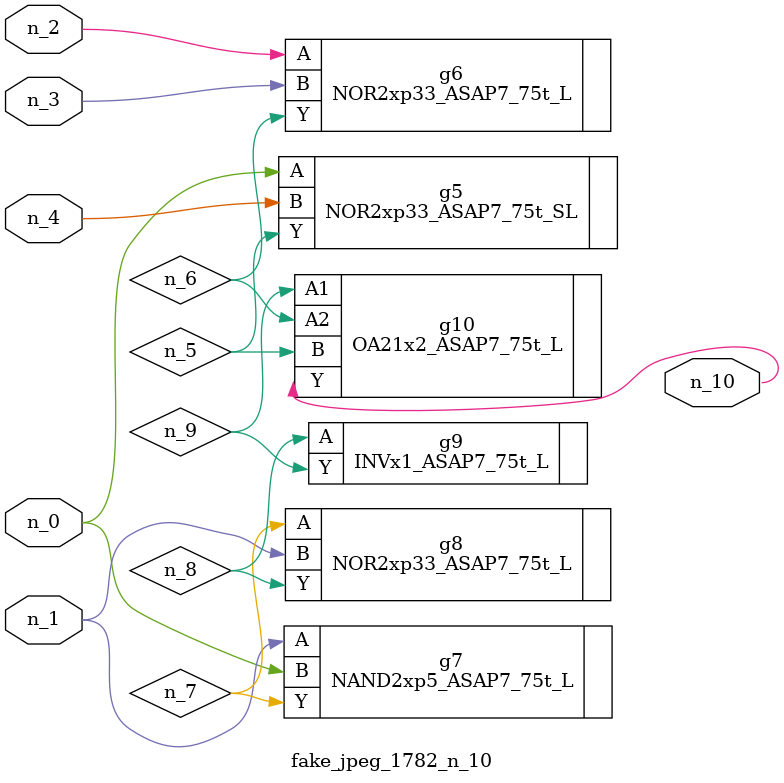
<source format=v>
module fake_jpeg_1782_n_10 (n_3, n_2, n_1, n_0, n_4, n_10);

input n_3;
input n_2;
input n_1;
input n_0;
input n_4;

output n_10;

wire n_8;
wire n_9;
wire n_6;
wire n_5;
wire n_7;

NOR2xp33_ASAP7_75t_SL g5 ( 
.A(n_0),
.B(n_4),
.Y(n_5)
);

NOR2xp33_ASAP7_75t_L g6 ( 
.A(n_2),
.B(n_3),
.Y(n_6)
);

NAND2xp5_ASAP7_75t_L g7 ( 
.A(n_1),
.B(n_0),
.Y(n_7)
);

NOR2xp33_ASAP7_75t_L g8 ( 
.A(n_7),
.B(n_1),
.Y(n_8)
);

INVx1_ASAP7_75t_L g9 ( 
.A(n_8),
.Y(n_9)
);

OA21x2_ASAP7_75t_L g10 ( 
.A1(n_9),
.A2(n_6),
.B(n_5),
.Y(n_10)
);


endmodule
</source>
